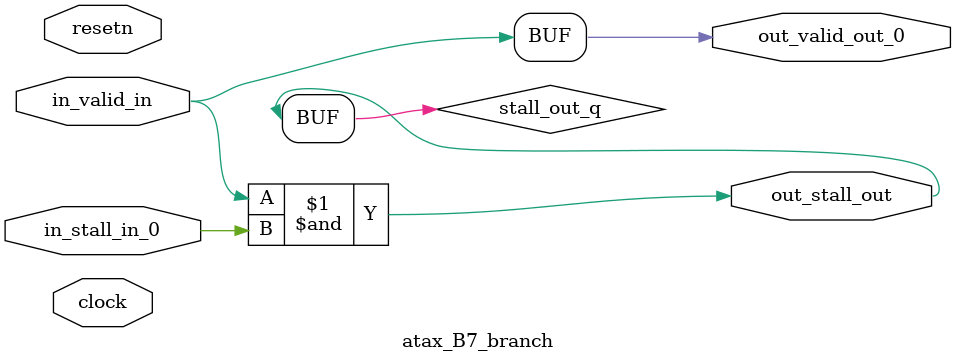
<source format=sv>



(* altera_attribute = "-name AUTO_SHIFT_REGISTER_RECOGNITION OFF; -name MESSAGE_DISABLE 10036; -name MESSAGE_DISABLE 10037; -name MESSAGE_DISABLE 14130; -name MESSAGE_DISABLE 14320; -name MESSAGE_DISABLE 15400; -name MESSAGE_DISABLE 14130; -name MESSAGE_DISABLE 10036; -name MESSAGE_DISABLE 12020; -name MESSAGE_DISABLE 12030; -name MESSAGE_DISABLE 12010; -name MESSAGE_DISABLE 12110; -name MESSAGE_DISABLE 14320; -name MESSAGE_DISABLE 13410; -name MESSAGE_DISABLE 113007; -name MESSAGE_DISABLE 10958" *)
module atax_B7_branch (
    input wire [0:0] in_stall_in_0,
    input wire [0:0] in_valid_in,
    output wire [0:0] out_stall_out,
    output wire [0:0] out_valid_out_0,
    input wire clock,
    input wire resetn
    );

    wire [0:0] stall_out_q;


    // stall_out(LOGICAL,6)
    assign stall_out_q = in_valid_in & in_stall_in_0;

    // out_stall_out(GPOUT,4)
    assign out_stall_out = stall_out_q;

    // out_valid_out_0(GPOUT,5)
    assign out_valid_out_0 = in_valid_in;

endmodule

</source>
